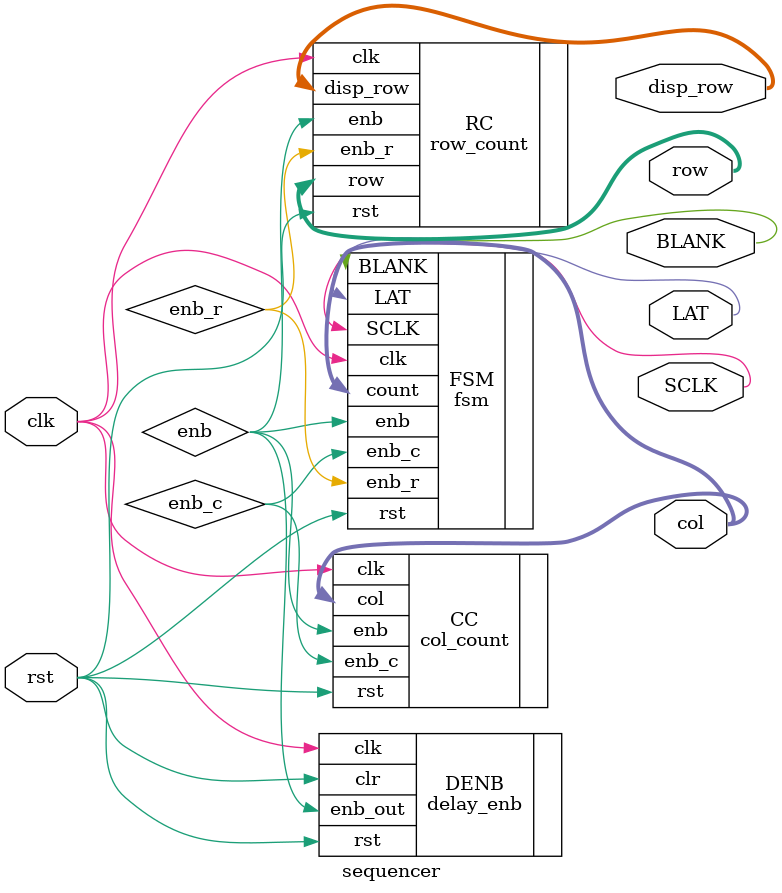
<source format=sv>
`timescale 1ns / 1ps


module sequencer(
        input logic clk, rst,
        output logic SCLK, LAT, BLANK,
        output logic [2:0] row, disp_row,
        output logic [4:0] col
    );
    //period of delay enable signal generation
    parameter DELAY_NS = 500;
    //initializing internal wires
    logic enb_c, enb_r, enb;
    //connecting blocks
    fsm FSM(.clk,.rst,.enb,.count(col),.SCLK,.LAT,.BLANK,.enb_c,.enb_r);
    delay_enb#(.DELAY_NS(DELAY_NS))
    DENB(.clk,.rst,.clr(rst),.enb_out(enb));
    row_count RC(.clk,.rst,.enb,.enb_r,.row,.disp_row);
    col_count CC(.clk,.rst,.enb,.enb_c,.col);
endmodule

</source>
